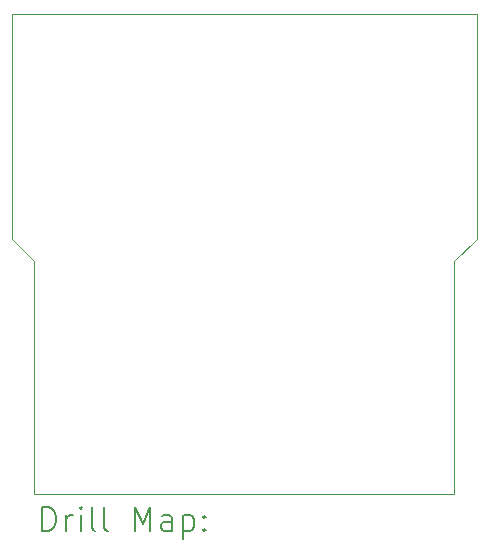
<source format=gbr>
%TF.GenerationSoftware,KiCad,Pcbnew,8.0.2-8.0.2-0~ubuntu24.04.1*%
%TF.CreationDate,2024-06-01T21:52:59+10:00*%
%TF.ProjectId,NES_RAM-ADAPTER,4e45535f-5241-44d2-9d41-444150544552,rev?*%
%TF.SameCoordinates,Original*%
%TF.FileFunction,Drillmap*%
%TF.FilePolarity,Positive*%
%FSLAX45Y45*%
G04 Gerber Fmt 4.5, Leading zero omitted, Abs format (unit mm)*
G04 Created by KiCad (PCBNEW 8.0.2-8.0.2-0~ubuntu24.04.1) date 2024-06-01 21:52:59*
%MOMM*%
%LPD*%
G01*
G04 APERTURE LIST*
%ADD10C,0.050000*%
%ADD11C,0.200000*%
G04 APERTURE END LIST*
D10*
X12001500Y-10350500D02*
X15557500Y-10350500D01*
X11811000Y-8191500D02*
X12001500Y-8382000D01*
X12001500Y-8382000D02*
X12001500Y-10350500D01*
X11811000Y-6286500D02*
X11811000Y-8191500D01*
X15557500Y-8382000D02*
X15557500Y-10350500D01*
X15748000Y-8191500D02*
X15557500Y-8382000D01*
X15748000Y-6286500D02*
X15748000Y-8191500D01*
X11811000Y-6286500D02*
X15748000Y-6286500D01*
D11*
X12069277Y-10664484D02*
X12069277Y-10464484D01*
X12069277Y-10464484D02*
X12116896Y-10464484D01*
X12116896Y-10464484D02*
X12145467Y-10474008D01*
X12145467Y-10474008D02*
X12164515Y-10493055D01*
X12164515Y-10493055D02*
X12174039Y-10512103D01*
X12174039Y-10512103D02*
X12183562Y-10550198D01*
X12183562Y-10550198D02*
X12183562Y-10578770D01*
X12183562Y-10578770D02*
X12174039Y-10616865D01*
X12174039Y-10616865D02*
X12164515Y-10635912D01*
X12164515Y-10635912D02*
X12145467Y-10654960D01*
X12145467Y-10654960D02*
X12116896Y-10664484D01*
X12116896Y-10664484D02*
X12069277Y-10664484D01*
X12269277Y-10664484D02*
X12269277Y-10531150D01*
X12269277Y-10569246D02*
X12278801Y-10550198D01*
X12278801Y-10550198D02*
X12288324Y-10540674D01*
X12288324Y-10540674D02*
X12307372Y-10531150D01*
X12307372Y-10531150D02*
X12326420Y-10531150D01*
X12393086Y-10664484D02*
X12393086Y-10531150D01*
X12393086Y-10464484D02*
X12383562Y-10474008D01*
X12383562Y-10474008D02*
X12393086Y-10483531D01*
X12393086Y-10483531D02*
X12402610Y-10474008D01*
X12402610Y-10474008D02*
X12393086Y-10464484D01*
X12393086Y-10464484D02*
X12393086Y-10483531D01*
X12516896Y-10664484D02*
X12497848Y-10654960D01*
X12497848Y-10654960D02*
X12488324Y-10635912D01*
X12488324Y-10635912D02*
X12488324Y-10464484D01*
X12621658Y-10664484D02*
X12602610Y-10654960D01*
X12602610Y-10654960D02*
X12593086Y-10635912D01*
X12593086Y-10635912D02*
X12593086Y-10464484D01*
X12850229Y-10664484D02*
X12850229Y-10464484D01*
X12850229Y-10464484D02*
X12916896Y-10607341D01*
X12916896Y-10607341D02*
X12983562Y-10464484D01*
X12983562Y-10464484D02*
X12983562Y-10664484D01*
X13164515Y-10664484D02*
X13164515Y-10559722D01*
X13164515Y-10559722D02*
X13154991Y-10540674D01*
X13154991Y-10540674D02*
X13135943Y-10531150D01*
X13135943Y-10531150D02*
X13097848Y-10531150D01*
X13097848Y-10531150D02*
X13078801Y-10540674D01*
X13164515Y-10654960D02*
X13145467Y-10664484D01*
X13145467Y-10664484D02*
X13097848Y-10664484D01*
X13097848Y-10664484D02*
X13078801Y-10654960D01*
X13078801Y-10654960D02*
X13069277Y-10635912D01*
X13069277Y-10635912D02*
X13069277Y-10616865D01*
X13069277Y-10616865D02*
X13078801Y-10597817D01*
X13078801Y-10597817D02*
X13097848Y-10588293D01*
X13097848Y-10588293D02*
X13145467Y-10588293D01*
X13145467Y-10588293D02*
X13164515Y-10578770D01*
X13259753Y-10531150D02*
X13259753Y-10731150D01*
X13259753Y-10540674D02*
X13278801Y-10531150D01*
X13278801Y-10531150D02*
X13316896Y-10531150D01*
X13316896Y-10531150D02*
X13335943Y-10540674D01*
X13335943Y-10540674D02*
X13345467Y-10550198D01*
X13345467Y-10550198D02*
X13354991Y-10569246D01*
X13354991Y-10569246D02*
X13354991Y-10626389D01*
X13354991Y-10626389D02*
X13345467Y-10645436D01*
X13345467Y-10645436D02*
X13335943Y-10654960D01*
X13335943Y-10654960D02*
X13316896Y-10664484D01*
X13316896Y-10664484D02*
X13278801Y-10664484D01*
X13278801Y-10664484D02*
X13259753Y-10654960D01*
X13440705Y-10645436D02*
X13450229Y-10654960D01*
X13450229Y-10654960D02*
X13440705Y-10664484D01*
X13440705Y-10664484D02*
X13431182Y-10654960D01*
X13431182Y-10654960D02*
X13440705Y-10645436D01*
X13440705Y-10645436D02*
X13440705Y-10664484D01*
X13440705Y-10540674D02*
X13450229Y-10550198D01*
X13450229Y-10550198D02*
X13440705Y-10559722D01*
X13440705Y-10559722D02*
X13431182Y-10550198D01*
X13431182Y-10550198D02*
X13440705Y-10540674D01*
X13440705Y-10540674D02*
X13440705Y-10559722D01*
M02*

</source>
